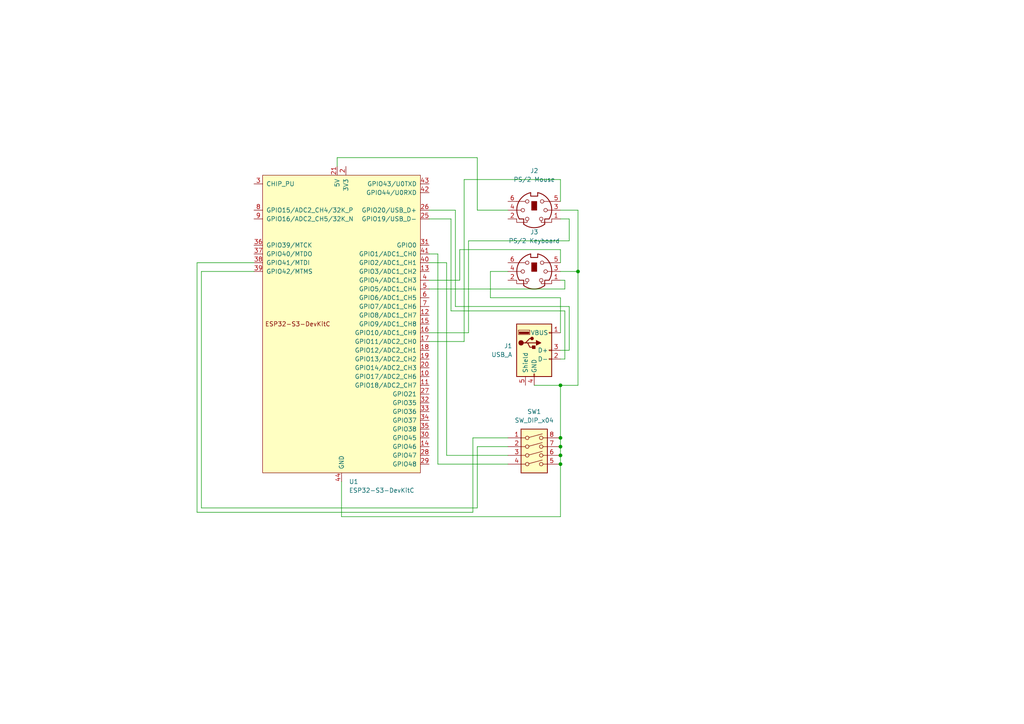
<source format=kicad_sch>
(kicad_sch (version 20250114) (generator "eeschema") (generator_version "9.0")
  (paper "A4")
  (lib_symbols
    (symbol "Connector:Mini-DIN-6" (pin_names (offset 1.016))
      (property "Reference" "J" (at 0 6.35 0))
      (property "Value" "Mini-DIN-6" (at 0 -6.35 0))
      (symbol "Mini-DIN-6_0_1"
        (polyline (pts (xy -4.318 -2.54) (xy -3.048 -2.54) (xy -3.048 -4.064)) (stroke (width 0.254)))
        (polyline (pts (xy -3.81 0) (xy -5.08 0)))
        (circle (center -3.302 0) (radius 0.508))
        (polyline (pts (xy -2.54 2.54) (xy -5.08 2.54)))
        (circle (center -2.032 2.54) (radius 0.508))
        (circle (center -2.032 -2.54) (radius 0.508))
        (polyline (pts (xy -2.032 -3.048) (xy -2.032 -3.556) (xy -5.08 -3.556) (xy -5.08 -2.54)))
        (polyline (pts (xy -1.016 5.08) (xy -1.016 4.064) (xy 1.016 4.064) (xy 1.016 5.08)) (stroke (width 0.254)))
        (rectangle (start -0.762 2.54) (end 0.762 0) (fill (type outline)))
        (arc (start 3.048 -4.064) (mid 0 -5.08) (end -3.048 -4.064) (stroke (width 0.254)))
        (arc (start 1.016 5.08) (mid 4.6646 2.1356) (end 4.318 -2.54) (stroke (width 0.254)))
        (arc (start -4.318 -2.54) (mid -4.6241 2.1181) (end -1.016 5.08) (stroke (width 0.254)))
        (circle (center 2.032 -2.54) (radius 0.508))
        (polyline (pts (xy 2.032 -3.048) (xy 2.032 -3.556) (xy 5.08 -3.556) (xy 5.08 -2.54)))
        (circle (center 2.286 2.54) (radius 0.508))
        (polyline (pts (xy 2.794 2.54) (xy 5.08 2.54)))
        (circle (center 3.302 0) (radius 0.508))
        (polyline (pts (xy 4.318 -2.54) (xy 3.048 -2.54) (xy 3.048 -4.064)) (stroke (width 0.254)))
        (polyline (pts (xy 5.08 0) (xy 3.81 0)))
      )
      (symbol "Mini-DIN-6_1_1"
        (pin passive line (at -7.62 2.54 0) (length 2.54) (name "~") (number "6"))
        (pin passive line (at -7.62 0 0) (length 2.54) (name "~") (number "4"))
        (pin passive line (at -7.62 -2.54 0) (length 2.54) (name "~") (number "2"))
        (pin passive line (at 7.62 2.54 180) (length 2.54) (name "~") (number "5"))
        (pin passive line (at 7.62 0 180) (length 2.54) (name "~") (number "3"))
        (pin passive line (at 7.62 -2.54 180) (length 2.54) (name "~") (number "1"))
      )
    )
    (symbol "Connector:USB_A" (pin_names (offset 1.016))
      (property "Reference" "J" (at -5.08 11.43 0))
      (property "Value" "USB_A" (at -5.08 8.89 0))
      (symbol "USB_A_0_1"
        (rectangle (start -5.08 -7.62) (end 5.08 7.62) (stroke (width 0.254)) (fill (type background)))
        (circle (center -3.81 2.159) (radius 0.635) (stroke (width 0.254)) (fill (type outline)))
        (polyline (pts (xy -3.175 2.159) (xy -2.54 2.159) (xy -1.27 3.429) (xy -0.635 3.429)) (stroke (width 0.254)))
        (polyline (pts (xy -2.54 2.159) (xy -1.905 2.159) (xy -1.27 0.889) (xy 0 0.889)) (stroke (width 0.254)))
        (rectangle (start -1.524 4.826) (end -4.318 5.334) (fill (type outline)))
        (rectangle (start -1.27 4.572) (end -4.572 5.842))
        (circle (center -0.635 3.429) (radius 0.381) (stroke (width 0.254)) (fill (type outline)))
        (rectangle (start -0.127 -7.62) (end 0.127 -6.858))
        (rectangle (start 0.254 1.27) (end -0.508 0.508) (stroke (width 0.254)) (fill (type outline)))
        (polyline (pts (xy 0.635 2.794) (xy 0.635 1.524) (xy 1.905 2.159) (xy 0.635 2.794)) (stroke (width 0.254)) (fill (type outline)))
        (rectangle (start 5.08 4.953) (end 4.318 5.207))
        (rectangle (start 5.08 -0.127) (end 4.318 0.127))
        (rectangle (start 5.08 -2.667) (end 4.318 -2.413))
      )
      (symbol "USB_A_1_1"
        (polyline (pts (xy -1.905 2.159) (xy 0.635 2.159)) (stroke (width 0.254)))
        (pin passive line (at -2.54 -10.16 90) (length 2.54) (name "Shield") (number "5"))
        (pin power_in line (at 0 -10.16 90) (length 2.54) (name "GND") (number "4"))
        (pin power_in line (at 7.62 5.08 180) (length 2.54) (name "VBUS") (number "1"))
        (pin bidirectional line (at 7.62 0 180) (length 2.54) (name "D+") (number "3"))
        (pin bidirectional line (at 7.62 -2.54 180) (length 2.54) (name "D-") (number "2"))
      )
    )
    (symbol "MCU_Espressif:ESP32-S3"
      (property "Reference" "U" (at 10.16 -38.1 0))
      (property "Value" "ESP32-S3" (at 13.97 -40.64 0))
      (symbol "ESP32-S3_0_1"
        (rectangle (start -20.32 35.56) (end 20.32 -35.56) (stroke (width 0.254)) (fill (type background)))
      )
      (symbol "ESP32-S3_1_0"
        (pin passive line (at -5.08 38.1 270) (length 2.54) (hide yes) (name "VDDA") (number "56"))
        (pin bidirectional line (at 22.86 12.7 180) (length 2.54) (name "SPICLK_N") (number "36"))
        (pin bidirectional line (at 22.86 -10.16 180) (length 2.54) (name "MTDO") (number "45"))
        (pin bidirectional line (at 22.86 -22.86 180) (length 2.54) (name "GPIO45") (number "51"))
      )
      (symbol "ESP32-S3_1_1"
        (pin bidirectional line (at -22.86 30.48 0) (length 2.54) (name "GPIO0") (number "5"))
        (pin bidirectional line (at -22.86 27.94 0) (length 2.54) (name "GPIO1") (number "6"))
        (pin bidirectional line (at -22.86 25.4 0) (length 2.54) (name "GPIO2") (number "7"))
        (pin bidirectional line (at -22.86 22.86 0) (length 2.54) (name "GPIO3") (number "8"))
        (pin bidirectional line (at -22.86 20.32 0) (length 2.54) (name "GPIO4") (number "9"))
        (pin bidirectional line (at -22.86 17.78 0) (length 2.54) (name "GPIO5") (number "10"))
        (pin bidirectional line (at -22.86 15.24 0) (length 2.54) (name "GPIO6") (number "11"))
        (pin bidirectional line (at -22.86 12.7 0) (length 2.54) (name "GPIO7") (number "12"))
        (pin bidirectional line (at -22.86 10.16 0) (length 2.54) (name "GPIO8") (number "13"))
        (pin bidirectional line (at -22.86 7.62 0) (length 2.54) (name "GPIO9") (number "14"))
        (pin bidirectional line (at -22.86 5.08 0) (length 2.54) (name "GPIO10") (number "15"))
        (pin bidirectional line (at -22.86 2.54 0) (length 2.54) (name "GPIO11") (number "16"))
        (pin bidirectional line (at -22.86 0 0) (length 2.54) (name "GPIO12") (number "17"))
        (pin bidirectional line (at -22.86 -2.54 0) (length 2.54) (name "GPIO13") (number "18"))
        (pin bidirectional line (at -22.86 -5.08 0) (length 2.54) (name "GPIO14") (number "19"))
        (pin bidirectional line (at -22.86 -7.62 0) (length 2.54) (name "GPIO17") (number "23"))
        (pin bidirectional line (at -22.86 -10.16 0) (length 2.54) (name "GPIO18") (number "24"))
        (pin bidirectional line (at -22.86 -12.7 0) (length 2.54) (name "GPIO19/USB_D-") (number "25"))
        (pin bidirectional line (at -22.86 -15.24 0) (length 2.54) (name "GPIO20/USB_D+") (number "26"))
        (pin bidirectional line (at -22.86 -17.78 0) (length 2.54) (name "GPIO21") (number "27"))
        (pin passive line (at -22.86 -22.86 0) (length 2.54) (name "XTAL_32K_P") (number "21"))
        (pin passive line (at -22.86 -25.4 0) (length 2.54) (name "XTAL_32K_N") (number "22"))
        (pin input line (at -22.86 -27.94 0) (length 2.54) (name "XTAL_P") (number "54"))
        (pin output line (at -22.86 -30.48 0) (length 2.54) (name "XTAL_N") (number "53"))
        (pin power_in line (at -5.08 38.1 270) (length 2.54) (name "VDDA") (number "55"))
        (pin power_in line (at -2.54 38.1 270) (length 2.54) (name "VDD3P3") (number "2"))
        (pin passive line (at -2.54 38.1 270) (length 2.54) (hide yes) (name "VDD3P3") (number "3"))
        (pin power_in line (at 0 38.1 270) (length 2.54) (name "VDD3P3_RTC") (number "20"))
        (pin power_in line (at 0 -38.1 90) (length 2.54) (name "GND") (number "57"))
        (pin power_in line (at 2.54 38.1 270) (length 2.54) (name "VDD_SPI") (number "29"))
        (pin power_in line (at 5.08 38.1 270) (length 2.54) (name "VDD3P3_CPU") (number "46"))
        (pin bidirectional line (at 22.86 30.48 180) (length 2.54) (name "SPICS1") (number "28"))
        (pin bidirectional line (at 22.86 27.94 180) (length 2.54) (name "SPIHD") (number "30"))
        (pin bidirectional line (at 22.86 25.4 180) (length 2.54) (name "SPIWP") (number "31"))
        (pin bidirectional line (at 22.86 22.86 180) (length 2.54) (name "SPICS0") (number "32"))
        (pin bidirectional line (at 22.86 20.32 180) (length 2.54) (name "SPICLK") (number "33"))
        (pin bidirectional line (at 22.86 17.78 180) (length 2.54) (name "SPIQ") (number "34"))
        (pin bidirectional line (at 22.86 15.24 180) (length 2.54) (name "SPID") (number "35"))
        (pin bidirectional line (at 22.86 10.16 180) (length 2.54) (name "SPICLK_P") (number "37"))
        (pin bidirectional line (at 22.86 7.62 180) (length 2.54) (name "GPIO33") (number "38"))
        (pin bidirectional line (at 22.86 5.08 180) (length 2.54) (name "GPIO34") (number "39"))
        (pin bidirectional line (at 22.86 2.54 180) (length 2.54) (name "GPIO35") (number "40"))
        (pin bidirectional line (at 22.86 0 180) (length 2.54) (name "GPIO36") (number "41"))
        (pin bidirectional line (at 22.86 -2.54 180) (length 2.54) (name "GPIO37") (number "42"))
        (pin bidirectional line (at 22.86 -5.08 180) (length 2.54) (name "GPIO38") (number "43"))
        (pin bidirectional line (at 22.86 -7.62 180) (length 2.54) (name "MTCK") (number "44"))
        (pin bidirectional line (at 22.86 -12.7 180) (length 2.54) (name "MTDI") (number "47"))
        (pin bidirectional line (at 22.86 -15.24 180) (length 2.54) (name "MTMS") (number "48"))
        (pin bidirectional line (at 22.86 -17.78 180) (length 2.54) (name "U0TXD") (number "49"))
        (pin bidirectional line (at 22.86 -20.32 180) (length 2.54) (name "U0RXD") (number "50"))
        (pin bidirectional line (at 22.86 -25.4 180) (length 2.54) (name "GPIO46") (number "52"))
        (pin input line (at 22.86 -27.94 180) (length 2.54) (name "CHIP_PU") (number "4"))
        (pin bidirectional line (at 22.86 -30.48 180) (length 2.54) (name "LNA_IN") (number "1"))
      )
    )
    (symbol "PCM_Espressif:ESP32-S3-DevKitC" (pin_names (offset 1.016))
      (property "Reference" "U" (at -22.86 48.26 0))
      (property "Value" "ESP32-S3-DevKitC" (at -22.86 45.72 0))
      (symbol "ESP32-S3-DevKitC_0_0"
        (text "ESP32-S3-DevKitC" (at -12.7 0 0) (effects (font (size 1.27 1.27))))
        (pin bidirectional line (at -25.4 15.24 0) (length 2.54) (name "GPIO42/MTMS") (number "39"))
        (pin power_in line (at 0 -45.72 90) (length 2.54) (name "GND") (number "44"))
        (pin bidirectional line (at 25.4 40.64 180) (length 2.54) (name "GPIO43/U0TXD") (number "43"))
        (pin bidirectional line (at 25.4 38.1 180) (length 2.54) (name "GPIO44/U0RXD") (number "42"))
        (pin bidirectional line (at 25.4 20.32 180) (length 2.54) (name "GPIO1/ADC1_CH0") (number "41"))
        (pin bidirectional line (at 25.4 17.78 180) (length 2.54) (name "GPIO2/ADC1_CH1") (number "40"))
        (pin bidirectional line (at 25.4 -10.16 180) (length 2.54) (name "GPIO13/ADC2_CH2") (number "19"))
        (pin bidirectional line (at 25.4 -35.56 180) (length 2.54) (name "GPIO46") (number "14"))
      )
      (symbol "ESP32-S3-DevKitC_0_1"
        (rectangle (start -22.86 43.18) (end 22.86 -43.18) (fill (type background)))
        (pin power_in line (at 1.27 45.72 270) (length 2.54) (name "3V3") (number "2"))
      )
      (symbol "ESP32-S3-DevKitC_1_1"
        (pin input line (at -25.4 40.64 0) (length 2.54) (name "CHIP_PU") (number "3"))
        (pin bidirectional line (at -25.4 33.02 0) (length 2.54) (name "GPIO15/ADC2_CH4/32K_P") (number "8"))
        (pin bidirectional line (at -25.4 30.48 0) (length 2.54) (name "GPIO16/ADC2_CH5/32K_N") (number "9"))
        (pin bidirectional line (at -25.4 22.86 0) (length 2.54) (name "GPIO39/MTCK") (number "36"))
        (pin bidirectional line (at -25.4 20.32 0) (length 2.54) (name "GPIO40/MTDO") (number "37"))
        (pin bidirectional line (at -25.4 17.78 0) (length 2.54) (name "GPIO41/MTDI") (number "38"))
        (pin power_in line (at -1.27 45.72 270) (length 2.54) (name "5V") (number "21"))
        (pin passive line (at 0 -45.72 90) (length 2.54) (hide yes) (name "GND") (number "22"))
        (pin passive line (at 0 -45.72 90) (length 2.54) (hide yes) (name "GND") (number "23"))
        (pin passive line (at 0 -45.72 90) (length 2.54) (hide yes) (name "GND") (number "24"))
        (pin passive line (at 1.27 45.72 270) (length 2.54) (hide yes) (name "3V3") (number "1"))
        (pin bidirectional line (at 25.4 33.02 180) (length 2.54) (name "GPIO20/USB_D+") (number "26"))
        (pin bidirectional line (at 25.4 30.48 180) (length 2.54) (name "GPIO19/USB_D-") (number "25"))
        (pin bidirectional line (at 25.4 22.86 180) (length 2.54) (name "GPIO0") (number "31"))
        (pin bidirectional line (at 25.4 15.24 180) (length 2.54) (name "GPIO3/ADC1_CH2") (number "13"))
        (pin bidirectional line (at 25.4 12.7 180) (length 2.54) (name "GPIO4/ADC1_CH3") (number "4"))
        (pin bidirectional line (at 25.4 10.16 180) (length 2.54) (name "GPIO5/ADC1_CH4") (number "5"))
        (pin bidirectional line (at 25.4 7.62 180) (length 2.54) (name "GPIO6/ADC1_CH5") (number "6"))
        (pin bidirectional line (at 25.4 5.08 180) (length 2.54) (name "GPIO7/ADC1_CH6") (number "7"))
        (pin bidirectional line (at 25.4 2.54 180) (length 2.54) (name "GPIO8/ADC1_CH7") (number "12"))
        (pin bidirectional line (at 25.4 0 180) (length 2.54) (name "GPIO9/ADC1_CH8") (number "15"))
        (pin bidirectional line (at 25.4 -2.54 180) (length 2.54) (name "GPIO10/ADC1_CH9") (number "16"))
        (pin bidirectional line (at 25.4 -5.08 180) (length 2.54) (name "GPIO11/ADC2_CH0") (number "17"))
        (pin bidirectional line (at 25.4 -7.62 180) (length 2.54) (name "GPIO12/ADC2_CH1") (number "18"))
        (pin bidirectional line (at 25.4 -12.7 180) (length 2.54) (name "GPIO14/ADC2_CH3") (number "20"))
        (pin bidirectional line (at 25.4 -15.24 180) (length 2.54) (name "GPIO17/ADC2_CH6") (number "10"))
        (pin bidirectional line (at 25.4 -17.78 180) (length 2.54) (name "GPIO18/ADC2_CH7") (number "11"))
        (pin bidirectional line (at 25.4 -20.32 180) (length 2.54) (name "GPIO21") (number "27"))
        (pin bidirectional line (at 25.4 -22.86 180) (length 2.54) (name "GPIO35") (number "32"))
        (pin bidirectional line (at 25.4 -25.4 180) (length 2.54) (name "GPIO36") (number "33"))
        (pin bidirectional line (at 25.4 -27.94 180) (length 2.54) (name "GPIO37") (number "34"))
        (pin bidirectional line (at 25.4 -30.48 180) (length 2.54) (name "GPIO38") (number "35"))
        (pin bidirectional line (at 25.4 -33.02 180) (length 2.54) (name "GPIO45") (number "30"))
        (pin bidirectional line (at 25.4 -38.1 180) (length 2.54) (name "GPIO47") (number "28"))
        (pin bidirectional line (at 25.4 -40.64 180) (length 2.54) (name "GPIO48") (number "29"))
      )
    )
    (symbol "Switch:SW_DIP_x04" (pin_names (offset 0) (hide yes))
      (property "Reference" "SW" (at 0 8.89 0))
      (property "Value" "SW_DIP_x04" (at 0 -6.35 0))
      (symbol "SW_DIP_x04_0_0"
        (circle (center -2.032 5.08) (radius 0.508))
        (circle (center -2.032 2.54) (radius 0.508))
        (circle (center -2.032 0) (radius 0.508))
        (circle (center -2.032 -2.54) (radius 0.508))
        (polyline (pts (xy -1.524 5.207) (xy 2.3622 6.2484)))
        (polyline (pts (xy -1.524 2.667) (xy 2.3622 3.7084)))
        (polyline (pts (xy -1.524 0.127) (xy 2.3622 1.1684)))
        (polyline (pts (xy -1.524 -2.3876) (xy 2.3622 -1.3462)))
        (circle (center 2.032 5.08) (radius 0.508))
        (circle (center 2.032 2.54) (radius 0.508))
        (circle (center 2.032 0) (radius 0.508))
        (circle (center 2.032 -2.54) (radius 0.508))
      )
      (symbol "SW_DIP_x04_0_1"
        (rectangle (start -3.81 7.62) (end 3.81 -5.08) (stroke (width 0.254)) (fill (type background)))
      )
      (symbol "SW_DIP_x04_1_1"
        (pin passive line (at -7.62 5.08 0) (length 5.08) (name "~") (number "1"))
        (pin passive line (at -7.62 2.54 0) (length 5.08) (name "~") (number "2"))
        (pin passive line (at -7.62 0 0) (length 5.08) (name "~") (number "3"))
        (pin passive line (at -7.62 -2.54 0) (length 5.08) (name "~") (number "4"))
        (pin passive line (at 7.62 5.08 180) (length 5.08) (name "~") (number "8"))
        (pin passive line (at 7.62 2.54 180) (length 5.08) (name "~") (number "7"))
        (pin passive line (at 7.62 0 180) (length 5.08) (name "~") (number "6"))
        (pin passive line (at 7.62 -2.54 180) (length 5.08) (name "~") (number "5"))
      )
    )
  )
  (junction (at 162.56 129.54))
  (junction (at 162.56 111.76))
  (junction (at 167.64 78.74))
  (junction (at 162.56 127))
  (junction (at 162.56 132.08))
  (junction (at 162.56 134.62))
  (wire (pts (xy 167.64 78.74) (xy 167.64 111.76)))
  (wire (pts (xy 134.62 52.07) (xy 134.62 99.06)))
  (wire (pts (xy 138.43 45.72) (xy 97.79 45.72)))
  (wire (pts (xy 163.83 104.14) (xy 163.83 90.17)))
  (wire (pts (xy 134.62 99.06) (xy 124.46 99.06)))
  (wire (pts (xy 162.56 111.76) (xy 162.56 127)))
  (wire (pts (xy 162.56 76.2) (xy 162.56 72.39)))
  (wire (pts (xy 162.56 60.96) (xy 167.64 60.96)))
  (wire (pts (xy 147.32 129.54) (xy 138.43 129.54)))
  (wire (pts (xy 58.42 78.74) (xy 73.66 78.74)))
  (wire (pts (xy 124.46 76.2) (xy 129.54 76.2)))
  (wire (pts (xy 162.56 101.6) (xy 165.1 101.6)))
  (wire (pts (xy 130.81 90.17) (xy 130.81 63.5)))
  (wire (pts (xy 165.1 101.6) (xy 165.1 88.9)))
  (wire (pts (xy 137.16 148.59) (xy 57.15 148.59)))
  (wire (pts (xy 57.15 76.2) (xy 73.66 76.2)))
  (wire (pts (xy 167.64 60.96) (xy 167.64 78.74)))
  (wire (pts (xy 138.43 129.54) (xy 138.43 147.32)))
  (wire (pts (xy 154.94 111.76) (xy 162.56 111.76)))
  (wire (pts (xy 127 134.62) (xy 127 73.66)))
  (wire (pts (xy 162.56 104.14) (xy 163.83 104.14)))
  (wire (pts (xy 99.06 149.86) (xy 99.06 139.7)))
  (wire (pts (xy 165.1 88.9) (xy 132.08 88.9)))
  (wire (pts (xy 162.56 134.62) (xy 162.56 149.86)))
  (wire (pts (xy 147.32 60.96) (xy 138.43 60.96)))
  (wire (pts (xy 135.89 96.52) (xy 124.46 96.52)))
  (wire (pts (xy 147.32 134.62) (xy 127 134.62)))
  (wire (pts (xy 165.1 63.5) (xy 165.1 69.85)))
  (wire (pts (xy 97.79 45.72) (xy 97.79 48.26)))
  (wire (pts (xy 133.35 72.39) (xy 133.35 81.28)))
  (wire (pts (xy 142.24 78.74) (xy 142.24 86.36)))
  (wire (pts (xy 58.42 147.32) (xy 58.42 78.74)))
  (wire (pts (xy 132.08 60.96) (xy 124.46 60.96)))
  (wire (pts (xy 163.83 83.82) (xy 124.46 83.82)))
  (wire (pts (xy 167.64 111.76) (xy 162.56 111.76)))
  (wire (pts (xy 162.56 52.07) (xy 134.62 52.07)))
  (wire (pts (xy 147.32 132.08) (xy 129.54 132.08)))
  (wire (pts (xy 162.56 129.54) (xy 162.56 132.08)))
  (wire (pts (xy 99.06 149.86) (xy 162.56 149.86)))
  (wire (pts (xy 163.83 81.28) (xy 163.83 83.82)))
  (wire (pts (xy 138.43 147.32) (xy 58.42 147.32)))
  (wire (pts (xy 147.32 127) (xy 137.16 127)))
  (wire (pts (xy 57.15 148.59) (xy 57.15 76.2)))
  (wire (pts (xy 147.32 78.74) (xy 142.24 78.74)))
  (wire (pts (xy 162.56 72.39) (xy 133.35 72.39)))
  (wire (pts (xy 137.16 127) (xy 137.16 148.59)))
  (wire (pts (xy 130.81 63.5) (xy 124.46 63.5)))
  (wire (pts (xy 162.56 63.5) (xy 165.1 63.5)))
  (wire (pts (xy 129.54 132.08) (xy 129.54 76.2)))
  (wire (pts (xy 124.46 81.28) (xy 133.35 81.28)))
  (wire (pts (xy 138.43 60.96) (xy 138.43 45.72)))
  (wire (pts (xy 162.56 58.42) (xy 162.56 52.07)))
  (wire (pts (xy 162.56 86.36) (xy 162.56 96.52)))
  (wire (pts (xy 162.56 81.28) (xy 163.83 81.28)))
  (wire (pts (xy 142.24 86.36) (xy 162.56 86.36)))
  (wire (pts (xy 162.56 127) (xy 162.56 129.54)))
  (wire (pts (xy 162.56 78.74) (xy 167.64 78.74)))
  (wire (pts (xy 135.89 69.85) (xy 135.89 96.52)))
  (wire (pts (xy 165.1 69.85) (xy 135.89 69.85)))
  (wire (pts (xy 162.56 132.08) (xy 162.56 134.62)))
  (wire (pts (xy 163.83 90.17) (xy 130.81 90.17)))
  (wire (pts (xy 132.08 88.9) (xy 132.08 60.96)))
  (wire (pts (xy 127 73.66) (xy 124.46 73.66)))
  (symbol (lib_id "Connector:USB_A") (at 154.94 101.6 0) (unit 1)
    (property "Reference" "J1" (at 148.59 100.3299 0) (effects (justify right)))
    (property "Value" "USB_A" (at 148.59 102.8699 0) (effects (justify right)))
    (property "Description" "USB Type A connector" (effects (hide yes)))
  )
  (symbol (lib_id "PCM_Espressif:ESP32-S3-DevKitC") (at 99.06 93.98 0) (unit 1)
    (property "Reference" "U1" (at 101.2033 139.7 0) (effects (justify left)))
    (property "Value" "ESP32-S3-DevKitC" (at 101.2033 142.24 0) (effects (justify left)))
    (property "Footprint" "PCM_Espressif:ESP32-S3-DevKitC" (effects (hide yes)))
    (property "Description" "ESP32-S3-DevKitC" (effects (hide yes)))
  )
  (symbol (lib_id "MCU_Espressif:ESP32-S3") (at -2915.92 -2030.73 0) (unit 1)
    (property "Reference" "U4" (at -2913.7767 -1991.36 0) (effects (justify left)))
    (property "Value" "ESP32-S3" (at -2913.7767 -1988.82 0) (effects (justify left)))
    (property "Footprint" "Package_DFN_QFN:QFN-56-1EP_7x7mm_P0.4mm_EP4x4mm" (effects (hide yes)))
    (property "Datasheet" "https://www.espressif.com/sites/default/files/documentation/esp32-s3_datasheet_en.pdf" (effects (hide yes)))
    (property "Description" "Microcontroller, Wi-Fi 802.11b/g/n, Bluetooth, 32bit" (effects (hide yes)))
  )
  (symbol (lib_id "MCU_Espressif:ESP32-S3") (at -2000.25 854.71 0) (unit 1)
    (property "Reference" "U5" (at -1998.1067 892.81 0) (effects (justify left)))
    (property "Value" "ESP32-S3" (at -1998.1067 895.35 0) (effects (justify left)))
    (property "Footprint" "Package_DFN_QFN:QFN-56-1EP_7x7mm_P0.4mm_EP4x4mm" (effects (hide yes)))
    (property "Datasheet" "https://www.espressif.com/sites/default/files/documentation/esp32-s3_datasheet_en.pdf" (effects (hide yes)))
    (property "Description" "Microcontroller, Wi-Fi 802.11b/g/n, Bluetooth, 32bit" (effects (hide yes)))
  )
  (symbol (lib_id "Connector:Mini-DIN-6") (at 154.94 60.96 0) (unit 1)
    (property "Reference" "J2" (at 154.9577 49.53 0))
    (property "Value" "PS/2 Mouse" (at 154.9577 52.07 0))
    (property "Datasheet" "http://service.powerdynamics.com/ec/Catalog17/Section%2011.pdf" (effects (hide yes)))
    (property "Description" "6-pin Mini-DIN connector" (effects (hide yes)))
  )
  (symbol (lib_id "Connector:Mini-DIN-6") (at 154.94 78.74 0) (unit 1)
    (property "Reference" "J3" (at 154.9577 67.31 0))
    (property "Value" "PS/2 Keyboard" (at 154.9577 69.85 0))
    (property "Datasheet" "http://service.powerdynamics.com/ec/Catalog17/Section%2011.pdf" (effects (hide yes)))
    (property "Description" "6-pin Mini-DIN connector" (effects (hide yes)))
  )
  (symbol (lib_id "Switch:SW_DIP_x04") (at 154.94 132.08 0) (unit 1)
    (property "Reference" "SW1" (at 154.94 119.38 0))
    (property "Value" "SW_DIP_x04" (at 154.94 121.92 0))
    (property "Description" "4x DIP Switch, Single Pole Single Throw (SPST) switch, small symbol" (effects (hide yes)))
  )
)
</source>
